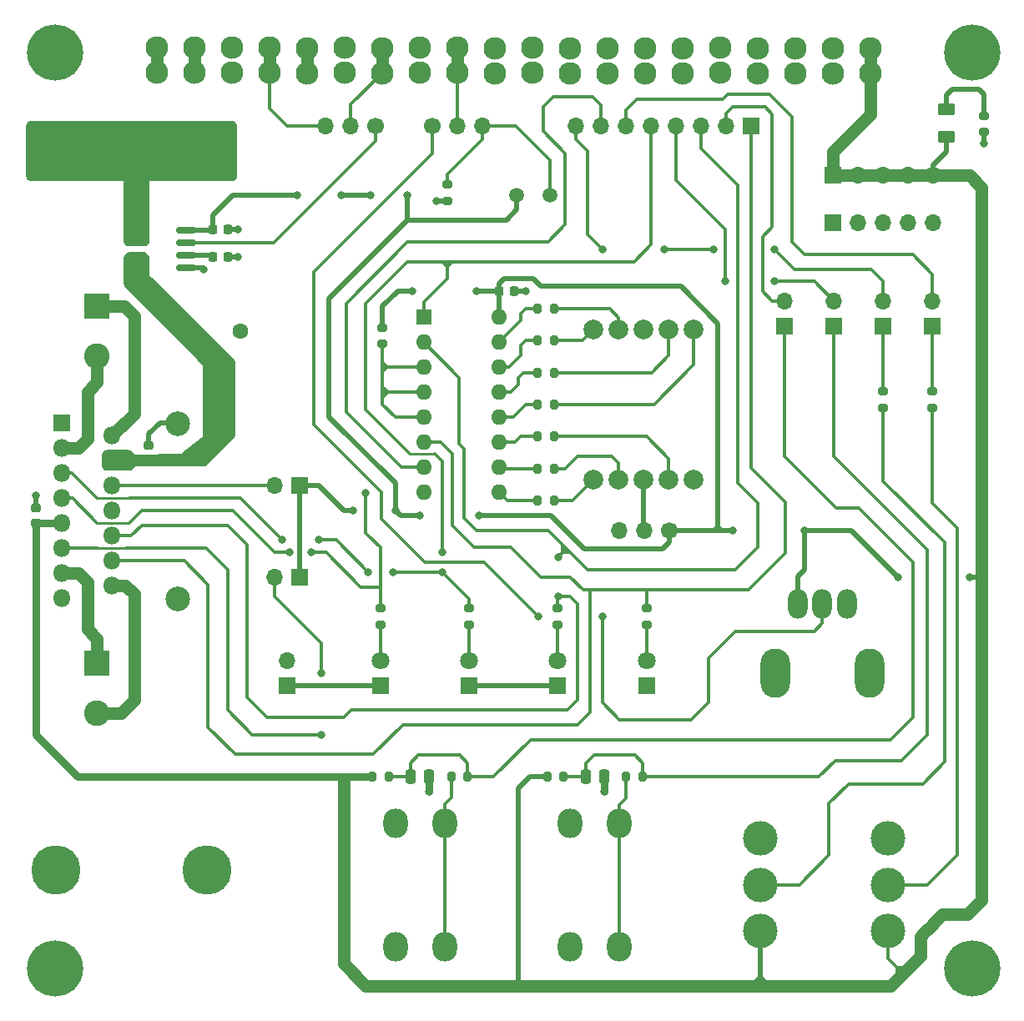
<source format=gbr>
%TF.GenerationSoftware,KiCad,Pcbnew,(6.0.9)*%
%TF.CreationDate,2022-12-19T14:35:32+01:00*%
%TF.ProjectId,myDAQExpansionBoard,6d794441-5145-4787-9061-6e73696f6e42,rev?*%
%TF.SameCoordinates,Original*%
%TF.FileFunction,Copper,L1,Top*%
%TF.FilePolarity,Positive*%
%FSLAX46Y46*%
G04 Gerber Fmt 4.6, Leading zero omitted, Abs format (unit mm)*
G04 Created by KiCad (PCBNEW (6.0.9)) date 2022-12-19 14:35:32*
%MOMM*%
%LPD*%
G01*
G04 APERTURE LIST*
G04 Aperture macros list*
%AMRoundRect*
0 Rectangle with rounded corners*
0 $1 Rounding radius*
0 $2 $3 $4 $5 $6 $7 $8 $9 X,Y pos of 4 corners*
0 Add a 4 corners polygon primitive as box body*
4,1,4,$2,$3,$4,$5,$6,$7,$8,$9,$2,$3,0*
0 Add four circle primitives for the rounded corners*
1,1,$1+$1,$2,$3*
1,1,$1+$1,$4,$5*
1,1,$1+$1,$6,$7*
1,1,$1+$1,$8,$9*
0 Add four rect primitives between the rounded corners*
20,1,$1+$1,$2,$3,$4,$5,0*
20,1,$1+$1,$4,$5,$6,$7,0*
20,1,$1+$1,$6,$7,$8,$9,0*
20,1,$1+$1,$8,$9,$2,$3,0*%
G04 Aperture macros list end*
%TA.AperFunction,ComponentPad*%
%ADD10R,1.800000X1.800000*%
%TD*%
%TA.AperFunction,ComponentPad*%
%ADD11C,1.800000*%
%TD*%
%TA.AperFunction,SMDPad,CuDef*%
%ADD12RoundRect,0.200000X-0.275000X0.200000X-0.275000X-0.200000X0.275000X-0.200000X0.275000X0.200000X0*%
%TD*%
%TA.AperFunction,SMDPad,CuDef*%
%ADD13RoundRect,0.200000X-0.200000X-0.275000X0.200000X-0.275000X0.200000X0.275000X-0.200000X0.275000X0*%
%TD*%
%TA.AperFunction,ComponentPad*%
%ADD14C,1.600000*%
%TD*%
%TA.AperFunction,ComponentPad*%
%ADD15C,5.700000*%
%TD*%
%TA.AperFunction,ComponentPad*%
%ADD16R,1.700000X1.700000*%
%TD*%
%TA.AperFunction,ComponentPad*%
%ADD17O,1.700000X1.700000*%
%TD*%
%TA.AperFunction,SMDPad,CuDef*%
%ADD18RoundRect,0.250000X-0.250000X-0.475000X0.250000X-0.475000X0.250000X0.475000X-0.250000X0.475000X0*%
%TD*%
%TA.AperFunction,SMDPad,CuDef*%
%ADD19RoundRect,0.225000X-0.225000X-0.250000X0.225000X-0.250000X0.225000X0.250000X-0.225000X0.250000X0*%
%TD*%
%TA.AperFunction,SMDPad,CuDef*%
%ADD20RoundRect,0.200000X0.275000X-0.200000X0.275000X0.200000X-0.275000X0.200000X-0.275000X-0.200000X0*%
%TD*%
%TA.AperFunction,SMDPad,CuDef*%
%ADD21RoundRect,0.225000X0.250000X-0.225000X0.250000X0.225000X-0.250000X0.225000X-0.250000X-0.225000X0*%
%TD*%
%TA.AperFunction,ComponentPad*%
%ADD22C,2.000000*%
%TD*%
%TA.AperFunction,ComponentPad*%
%ADD23C,1.700000*%
%TD*%
%TA.AperFunction,ComponentPad*%
%ADD24O,3.000000X5.000000*%
%TD*%
%TA.AperFunction,ComponentPad*%
%ADD25O,2.000000X3.000000*%
%TD*%
%TA.AperFunction,ComponentPad*%
%ADD26C,2.300000*%
%TD*%
%TA.AperFunction,ComponentPad*%
%ADD27O,1.800000X1.800000*%
%TD*%
%TA.AperFunction,ComponentPad*%
%ADD28C,2.500000*%
%TD*%
%TA.AperFunction,ComponentPad*%
%ADD29R,1.600000X1.600000*%
%TD*%
%TA.AperFunction,ComponentPad*%
%ADD30O,1.600000X1.600000*%
%TD*%
%TA.AperFunction,ComponentPad*%
%ADD31R,2.600000X2.600000*%
%TD*%
%TA.AperFunction,ComponentPad*%
%ADD32C,2.600000*%
%TD*%
%TA.AperFunction,ComponentPad*%
%ADD33C,5.000000*%
%TD*%
%TA.AperFunction,ComponentPad*%
%ADD34C,1.500000*%
%TD*%
%TA.AperFunction,ComponentPad*%
%ADD35O,2.500000X3.000000*%
%TD*%
%TA.AperFunction,ComponentPad*%
%ADD36C,3.500000*%
%TD*%
%TA.AperFunction,SMDPad,CuDef*%
%ADD37RoundRect,0.250000X-0.625000X0.375000X-0.625000X-0.375000X0.625000X-0.375000X0.625000X0.375000X0*%
%TD*%
%TA.AperFunction,SMDPad,CuDef*%
%ADD38RoundRect,0.150000X-0.825000X-0.150000X0.825000X-0.150000X0.825000X0.150000X-0.825000X0.150000X0*%
%TD*%
%TA.AperFunction,ViaPad*%
%ADD39C,0.800000*%
%TD*%
%TA.AperFunction,Conductor*%
%ADD40C,0.355600*%
%TD*%
%TA.AperFunction,Conductor*%
%ADD41C,0.508000*%
%TD*%
%TA.AperFunction,Conductor*%
%ADD42C,1.270000*%
%TD*%
%TA.AperFunction,Conductor*%
%ADD43C,0.762000*%
%TD*%
%TA.AperFunction,Conductor*%
%ADD44C,0.254000*%
%TD*%
%TA.AperFunction,Conductor*%
%ADD45C,0.304800*%
%TD*%
G04 APERTURE END LIST*
D10*
%TO.P,D2,1,K*%
%TO.N,Net-(D1-Pad1)*%
X114737500Y-101512500D03*
D11*
%TO.P,D2,2,A*%
%TO.N,Net-(D2-Pad2)*%
X114737500Y-98972500D03*
%TD*%
D12*
%TO.P,R20,1*%
%TO.N,Net-(D14-Pad1)*%
X167000000Y-43675000D03*
%TO.P,R20,2*%
%TO.N,GND*%
X167000000Y-45325000D03*
%TD*%
D13*
%TO.P,R3,1*%
%TO.N,+5V*%
X104925000Y-110800000D03*
%TO.P,R3,2*%
%TO.N,Net-(CD1-Pad1)*%
X106575000Y-110800000D03*
%TD*%
D14*
%TO.P,C5,1*%
%TO.N,/IP-*%
X86500000Y-65545000D03*
%TO.P,C5,2*%
%TO.N,GND*%
X91500000Y-65545000D03*
%TD*%
D12*
%TO.P,R18,1*%
%TO.N,Net-(JP8-Pad3)*%
X112500000Y-50675000D03*
%TO.P,R18,2*%
%TO.N,GND*%
X112500000Y-52325000D03*
%TD*%
D13*
%TO.P,R8,1*%
%TO.N,Net-(R8-Pad1)*%
X121675000Y-69750000D03*
%TO.P,R8,2*%
%TO.N,Net-(R8-Pad2)*%
X123325000Y-69750000D03*
%TD*%
%TO.P,R11,1*%
%TO.N,Net-(R11-Pad1)*%
X121675000Y-76250000D03*
%TO.P,R11,2*%
%TO.N,Net-(R11-Pad2)*%
X123325000Y-76250000D03*
%TD*%
D15*
%TO.P,H1,1,1*%
%TO.N,unconnected-(H1-Pad1)*%
X72750000Y-37250000D03*
%TD*%
D16*
%TO.P,JP10,1,A*%
%TO.N,+5V*%
X97525000Y-90500000D03*
D17*
%TO.P,JP10,2,B*%
%TO.N,Net-(JP10-Pad2)*%
X94985000Y-90500000D03*
%TD*%
D13*
%TO.P,R10,1*%
%TO.N,Net-(R10-Pad1)*%
X121675000Y-73000000D03*
%TO.P,R10,2*%
%TO.N,Net-(R10-Pad2)*%
X123325000Y-73000000D03*
%TD*%
D18*
%TO.P,CD1,1*%
%TO.N,Net-(CD1-Pad1)*%
X108800000Y-110800000D03*
%TO.P,CD1,2*%
%TO.N,GND*%
X110700000Y-110800000D03*
%TD*%
D19*
%TO.P,C3,1*%
%TO.N,+5V*%
X88750000Y-55250000D03*
%TO.P,C3,2*%
%TO.N,GND*%
X90300000Y-55250000D03*
%TD*%
D20*
%TO.P,R2,1*%
%TO.N,Net-(R2-Pad1)*%
X156750000Y-73325000D03*
%TO.P,R2,2*%
%TO.N,Net-(JP1-Pad1)*%
X156750000Y-71675000D03*
%TD*%
D12*
%TO.P,R6,1*%
%TO.N,Net-(JP4-Pad1)*%
X161750000Y-71675000D03*
%TO.P,R6,2*%
%TO.N,Net-(R6-Pad2)*%
X161750000Y-73325000D03*
%TD*%
D21*
%TO.P,C2,1*%
%TO.N,+5V*%
X70750000Y-85025000D03*
%TO.P,C2,2*%
%TO.N,GND*%
X70750000Y-83475000D03*
%TD*%
D22*
%TO.P,U2,1,E*%
%TO.N,Net-(R14-Pad2)*%
X127380000Y-80620000D03*
%TO.P,U2,2,D*%
%TO.N,Net-(R13-Pad2)*%
X129920000Y-80620000D03*
%TO.P,U2,3,CA/CC*%
%TO.N,Net-(JP6-Pad2)*%
X132460000Y-80620000D03*
%TO.P,U2,4,C*%
%TO.N,Net-(R11-Pad2)*%
X135000000Y-80620000D03*
%TO.P,U2,5,DP*%
%TO.N,unconnected-(U2-Pad5)*%
X137540000Y-80620000D03*
%TO.P,U2,6,B*%
%TO.N,Net-(R10-Pad2)*%
X137540000Y-65380000D03*
%TO.P,U2,7,A*%
%TO.N,Net-(R8-Pad2)*%
X135000000Y-65380000D03*
%TO.P,U2,8,CA/CC*%
%TO.N,unconnected-(U2-Pad8)*%
X132460000Y-65380000D03*
%TO.P,U2,9,F*%
%TO.N,Net-(R15-Pad2)*%
X129920000Y-65380000D03*
%TO.P,U2,10,G*%
%TO.N,Net-(R16-Pad2)*%
X127380000Y-65380000D03*
%TD*%
D15*
%TO.P,H4,1,1*%
%TO.N,unconnected-(H4-Pad1)*%
X72750000Y-130250000D03*
%TD*%
D12*
%TO.P,R12,1*%
%TO.N,+5V*%
X105960000Y-65175000D03*
%TO.P,R12,2*%
%TO.N,Net-(R12-Pad2)*%
X105960000Y-66825000D03*
%TD*%
D23*
%TO.P,JP8,1,A*%
%TO.N,Net-(JP8-Pad1)*%
X111000000Y-44750000D03*
D17*
%TO.P,JP8,2,C*%
%TO.N,AI1+*%
X113540000Y-44750000D03*
%TO.P,JP8,3,B*%
%TO.N,Net-(JP8-Pad3)*%
X116080000Y-44750000D03*
%TD*%
D24*
%TO.P,RV1,*%
%TO.N,*%
X155360500Y-100237500D03*
X145760500Y-100237500D03*
D25*
%TO.P,RV1,1,1*%
%TO.N,GND*%
X153060500Y-93237500D03*
%TO.P,RV1,2,2*%
%TO.N,Net-(JP8-Pad1)*%
X150560500Y-93237500D03*
%TO.P,RV1,3,3*%
%TO.N,+5V*%
X148060500Y-93237500D03*
%TD*%
D16*
%TO.P,JP5,1,A*%
%TO.N,Net-(D1-Pad1)*%
X96250000Y-101525000D03*
D17*
%TO.P,JP5,2,B*%
%TO.N,GND*%
X96250000Y-98985000D03*
%TD*%
D16*
%TO.P,JP4,1,A*%
%TO.N,Net-(JP4-Pad1)*%
X161750000Y-65000000D03*
D17*
%TO.P,JP4,2,B*%
%TO.N,DIO2*%
X161750000Y-62460000D03*
%TD*%
D16*
%TO.P,JP9,1,A*%
%TO.N,+5V*%
X97525000Y-81205000D03*
D17*
%TO.P,JP9,2,B*%
%TO.N,Net-(JP9-Pad2)*%
X94985000Y-81205000D03*
%TD*%
D16*
%TO.P,J3,1,Pin_1*%
%TO.N,DIO7*%
X143375000Y-44750000D03*
D17*
%TO.P,J3,2,Pin_2*%
%TO.N,DIO6*%
X140835000Y-44750000D03*
%TO.P,J3,3,Pin_3*%
%TO.N,DIO5*%
X138295000Y-44750000D03*
%TO.P,J3,4,Pin_4*%
%TO.N,DIO4*%
X135755000Y-44750000D03*
%TO.P,J3,5,Pin_5*%
%TO.N,DIO3*%
X133215000Y-44750000D03*
%TO.P,J3,6,Pin_6*%
%TO.N,DIO2*%
X130675000Y-44750000D03*
%TO.P,J3,7,Pin_7*%
%TO.N,DIO1*%
X128135000Y-44750000D03*
%TO.P,J3,8,Pin_8*%
%TO.N,DIO0*%
X125595000Y-44750000D03*
%TD*%
D16*
%TO.P,J2,1,Pin_1*%
%TO.N,GND*%
X151675000Y-54500000D03*
D17*
%TO.P,J2,2,Pin_2*%
X154215000Y-54500000D03*
%TO.P,J2,3,Pin_3*%
X156755000Y-54500000D03*
%TO.P,J2,4,Pin_4*%
X159295000Y-54500000D03*
%TO.P,J2,5,Pin_5*%
X161835000Y-54500000D03*
%TD*%
D21*
%TO.P,C4,1*%
%TO.N,/IP-*%
X82250000Y-78675000D03*
%TO.P,C4,2*%
%TO.N,GND*%
X82250000Y-77125000D03*
%TD*%
D12*
%TO.P,R7,1*%
%TO.N,DIO5*%
X123737500Y-93662500D03*
%TO.P,R7,2*%
%TO.N,Net-(D3-Pad2)*%
X123737500Y-95312500D03*
%TD*%
D26*
%TO.P,J4,1,Pin_1*%
%TO.N,unconnected-(J4-Pad1)*%
X83055000Y-36800000D03*
X83055000Y-39340000D03*
%TO.P,J4,2,Pin_2*%
%TO.N,unconnected-(J4-Pad2)*%
X86865000Y-36760000D03*
X86865000Y-39300000D03*
%TO.P,J4,3,Pin_3*%
%TO.N,GND*%
X90675000Y-39340000D03*
X90675000Y-36800000D03*
%TO.P,J4,4,Pin_4*%
%TO.N,AO0*%
X94485000Y-36760000D03*
X94485000Y-39300000D03*
%TO.P,J4,5,Pin_5*%
%TO.N,unconnected-(J4-Pad5)*%
X98295000Y-36840000D03*
X98295000Y-39380000D03*
%TO.P,J4,6,Pin_6*%
%TO.N,GND*%
X102105000Y-36800000D03*
X102105000Y-39340000D03*
%TO.P,J4,7,Pin_7*%
%TO.N,AI0+*%
X105915000Y-39380000D03*
X105915000Y-36840000D03*
%TO.P,J4,8,Pin_8*%
%TO.N,GND*%
X109725000Y-36800000D03*
X109725000Y-39340000D03*
%TO.P,J4,9,Pin_9*%
%TO.N,AI1+*%
X113535000Y-36800000D03*
X113535000Y-39340000D03*
%TO.P,J4,10,Pin_10*%
%TO.N,GND*%
X117345000Y-36840000D03*
X117345000Y-39380000D03*
%TO.P,J4,11,Pin_11*%
%TO.N,DIO0*%
X121155000Y-36800000D03*
X121155000Y-39340000D03*
%TO.P,J4,12,Pin_12*%
%TO.N,DIO1*%
X124965000Y-39420000D03*
X124965000Y-36880000D03*
%TO.P,J4,13,Pin_13*%
%TO.N,DIO2*%
X128775000Y-36840000D03*
X128775000Y-39380000D03*
%TO.P,J4,14,Pin_14*%
%TO.N,DIO3*%
X132585000Y-39420000D03*
X132585000Y-36880000D03*
%TO.P,J4,15,Pin_15*%
%TO.N,DIO4*%
X136395000Y-39380000D03*
X136395000Y-36840000D03*
%TO.P,J4,16,Pin_16*%
%TO.N,DIO5*%
X140205000Y-39340000D03*
X140205000Y-36800000D03*
%TO.P,J4,17,Pin_17*%
%TO.N,DIO6*%
X144015000Y-36880000D03*
X144015000Y-39420000D03*
%TO.P,J4,18,Pin_18*%
%TO.N,DIO7*%
X147825000Y-39380000D03*
X147825000Y-36840000D03*
%TO.P,J4,19,Pin_19*%
%TO.N,GND*%
X151635000Y-36880000D03*
X151635000Y-39420000D03*
%TO.P,J4,20,Pin_20*%
%TO.N,+5V*%
X155445000Y-39380000D03*
X155445000Y-36840000D03*
%TD*%
D10*
%TO.P,U4,1,SENSE_A*%
%TO.N,GND*%
X73440000Y-74855000D03*
D27*
%TO.P,U4,2,OUT1*%
%TO.N,/OUT1*%
X78520000Y-76125000D03*
%TO.P,U4,3,OUT2*%
%TO.N,/OUT2*%
X73440000Y-77395000D03*
%TO.P,U4,4,Vs*%
%TO.N,/IP-*%
X78520000Y-78665000D03*
%TO.P,U4,5,IN1*%
%TO.N,DIO3*%
X73440000Y-79935000D03*
%TO.P,U4,6,EnA*%
%TO.N,Net-(JP9-Pad2)*%
X78520000Y-81205000D03*
%TO.P,U4,7,IN2*%
%TO.N,DIO1*%
X73440000Y-82475000D03*
%TO.P,U4,8,GND*%
%TO.N,GND*%
X78520000Y-83745000D03*
D28*
X85190000Y-92755000D03*
X85190000Y-74955000D03*
D27*
%TO.P,U4,9,Vss*%
%TO.N,+5V*%
X73440000Y-85015000D03*
%TO.P,U4,10,IN3*%
%TO.N,DIO5*%
X78520000Y-86285000D03*
%TO.P,U4,11,EnB*%
%TO.N,Net-(JP10-Pad2)*%
X73440000Y-87555000D03*
%TO.P,U4,12,IN4*%
%TO.N,DIO7*%
X78520000Y-88825000D03*
%TO.P,U4,13,OUT3*%
%TO.N,/OUT3*%
X73440000Y-90095000D03*
%TO.P,U4,14,OUT4*%
%TO.N,/OUT4*%
X78520000Y-91365000D03*
%TO.P,U4,15,SENSE_B*%
%TO.N,GND*%
X73440000Y-92635000D03*
%TD*%
D23*
%TO.P,JP7,1,A*%
%TO.N,Net-(JP7-Pad1)*%
X105275000Y-44750000D03*
D17*
%TO.P,JP7,2,C*%
%TO.N,AI0+*%
X102735000Y-44750000D03*
%TO.P,JP7,3,B*%
%TO.N,AO0*%
X100195000Y-44750000D03*
%TD*%
D12*
%TO.P,R5,1*%
%TO.N,DIO3*%
X114737500Y-93662500D03*
%TO.P,R5,2*%
%TO.N,Net-(D2-Pad2)*%
X114737500Y-95312500D03*
%TD*%
D10*
%TO.P,D3,1,K*%
%TO.N,Net-(D1-Pad1)*%
X123737500Y-101512500D03*
D11*
%TO.P,D3,2,A*%
%TO.N,Net-(D3-Pad2)*%
X123737500Y-98972500D03*
%TD*%
D29*
%TO.P,U1,1,B*%
%TO.N,DIO3*%
X110160000Y-64125000D03*
D30*
%TO.P,U1,2,C*%
%TO.N,DIO5*%
X110160000Y-66665000D03*
%TO.P,U1,3,LT*%
%TO.N,Net-(R12-Pad2)*%
X110160000Y-69205000D03*
%TO.P,U1,4,BI*%
X110160000Y-71745000D03*
%TO.P,U1,5,RBI*%
X110160000Y-74285000D03*
%TO.P,U1,6,D*%
%TO.N,DIO7*%
X110160000Y-76825000D03*
%TO.P,U1,7,A*%
%TO.N,DIO1*%
X110160000Y-79365000D03*
%TO.P,U1,8,GND*%
%TO.N,GND*%
X110160000Y-81905000D03*
%TO.P,U1,9,e*%
%TO.N,Net-(R14-Pad1)*%
X117780000Y-81905000D03*
%TO.P,U1,10,d*%
%TO.N,Net-(R13-Pad1)*%
X117780000Y-79365000D03*
%TO.P,U1,11,c*%
%TO.N,Net-(R11-Pad1)*%
X117780000Y-76825000D03*
%TO.P,U1,12,b*%
%TO.N,Net-(R10-Pad1)*%
X117780000Y-74285000D03*
%TO.P,U1,13,a*%
%TO.N,Net-(R8-Pad1)*%
X117780000Y-71745000D03*
%TO.P,U1,14,g*%
%TO.N,Net-(R16-Pad1)*%
X117780000Y-69205000D03*
%TO.P,U1,15,f*%
%TO.N,Net-(R15-Pad1)*%
X117780000Y-66665000D03*
%TO.P,U1,16,VCC*%
%TO.N,+5V*%
X117780000Y-64125000D03*
%TD*%
D31*
%TO.P,J6,1,Pin_1*%
%TO.N,/OUT3*%
X77000000Y-99250000D03*
D32*
%TO.P,J6,2,Pin_2*%
%TO.N,/OUT4*%
X77000000Y-104330000D03*
%TD*%
D19*
%TO.P,C6,1*%
%TO.N,Net-(C6-Pad1)*%
X88750000Y-58000000D03*
%TO.P,C6,2*%
%TO.N,GND*%
X90300000Y-58000000D03*
%TD*%
D12*
%TO.P,R9,1*%
%TO.N,DIO7*%
X132737500Y-93662500D03*
%TO.P,R9,2*%
%TO.N,Net-(D4-Pad2)*%
X132737500Y-95312500D03*
%TD*%
D18*
%TO.P,CD2,1*%
%TO.N,Net-(CD2-Pad1)*%
X126550000Y-110800000D03*
%TO.P,CD2,2*%
%TO.N,GND*%
X128450000Y-110800000D03*
%TD*%
D12*
%TO.P,R1,1*%
%TO.N,DIO1*%
X105737500Y-93662500D03*
%TO.P,R1,2*%
%TO.N,Net-(D1-Pad2)*%
X105737500Y-95312500D03*
%TD*%
D16*
%TO.P,JP1,1,A*%
%TO.N,Net-(JP1-Pad1)*%
X156750000Y-65025000D03*
D17*
%TO.P,JP1,2,B*%
%TO.N,DIO0*%
X156750000Y-62485000D03*
%TD*%
D33*
%TO.P,J8,1,Pin_1*%
%TO.N,GND*%
X72850000Y-120250000D03*
X88150000Y-120250000D03*
%TD*%
D34*
%TO.P,R17,1*%
%TO.N,+5V*%
X119550000Y-51750000D03*
%TO.P,R17,2*%
%TO.N,Net-(JP8-Pad3)*%
X122950000Y-51750000D03*
%TD*%
D35*
%TO.P,SW4,1,1*%
%TO.N,Net-(R21-Pad1)*%
X130000000Y-115500000D03*
X130000000Y-128000000D03*
%TO.P,SW4,2,2*%
%TO.N,GND*%
X125000000Y-128000000D03*
X125000000Y-115500000D03*
%TD*%
D10*
%TO.P,D1,1,K*%
%TO.N,Net-(D1-Pad1)*%
X105737500Y-101512500D03*
D11*
%TO.P,D1,2,A*%
%TO.N,Net-(D1-Pad2)*%
X105737500Y-98972500D03*
%TD*%
D13*
%TO.P,R15,1*%
%TO.N,Net-(R15-Pad1)*%
X121675000Y-63250000D03*
%TO.P,R15,2*%
%TO.N,Net-(R15-Pad2)*%
X123325000Y-63250000D03*
%TD*%
D23*
%TO.P,JP6,1,A*%
%TO.N,+5V*%
X135010000Y-85750000D03*
D17*
%TO.P,JP6,2,C*%
%TO.N,Net-(JP6-Pad2)*%
X132470000Y-85750000D03*
%TO.P,JP6,3,B*%
%TO.N,GND*%
X129930000Y-85750000D03*
%TD*%
D13*
%TO.P,R13,1*%
%TO.N,Net-(R13-Pad1)*%
X121675000Y-79500000D03*
%TO.P,R13,2*%
%TO.N,Net-(R13-Pad2)*%
X123325000Y-79500000D03*
%TD*%
D15*
%TO.P,H3,1,1*%
%TO.N,unconnected-(H3-Pad1)*%
X165750000Y-130250000D03*
%TD*%
D36*
%TO.P,SW1,1,A*%
%TO.N,+5V*%
X144250000Y-126450000D03*
%TO.P,SW1,2,B*%
%TO.N,Net-(R2-Pad1)*%
X144250000Y-121750000D03*
%TO.P,SW1,3,C*%
%TO.N,GND*%
X144250000Y-117050000D03*
%TD*%
D33*
%TO.P,J7,1,Pin_1*%
%TO.N,VDD*%
X88150000Y-47250000D03*
X72850000Y-47250000D03*
%TD*%
D36*
%TO.P,SW2,1,A*%
%TO.N,+5V*%
X157250000Y-126450000D03*
%TO.P,SW2,2,B*%
%TO.N,Net-(R6-Pad2)*%
X157250000Y-121750000D03*
%TO.P,SW2,3,C*%
%TO.N,GND*%
X157250000Y-117050000D03*
%TD*%
D13*
%TO.P,R19,1*%
%TO.N,Net-(R19-Pad1)*%
X112925000Y-110800000D03*
%TO.P,R19,2*%
%TO.N,Net-(CD1-Pad1)*%
X114575000Y-110800000D03*
%TD*%
D16*
%TO.P,JP2,1,A*%
%TO.N,Net-(CD1-Pad1)*%
X146750000Y-65025000D03*
D17*
%TO.P,JP2,2,B*%
%TO.N,DIO6*%
X146750000Y-62485000D03*
%TD*%
D37*
%TO.P,D14,1,K*%
%TO.N,Net-(D14-Pad1)*%
X163150000Y-43050000D03*
%TO.P,D14,2,A*%
%TO.N,+5V*%
X163150000Y-45850000D03*
%TD*%
D16*
%TO.P,JP3,1,A*%
%TO.N,Net-(CD2-Pad1)*%
X151750000Y-65025000D03*
D17*
%TO.P,JP3,2,B*%
%TO.N,DIO4*%
X151750000Y-62485000D03*
%TD*%
D35*
%TO.P,SW3,1,1*%
%TO.N,Net-(R19-Pad1)*%
X112250000Y-128000000D03*
X112250000Y-115500000D03*
%TO.P,SW3,2,2*%
%TO.N,GND*%
X107250000Y-128000000D03*
X107250000Y-115500000D03*
%TD*%
D13*
%TO.P,R4,1*%
%TO.N,+5V*%
X122675000Y-110800000D03*
%TO.P,R4,2*%
%TO.N,Net-(CD2-Pad1)*%
X124325000Y-110800000D03*
%TD*%
D10*
%TO.P,D4,1,K*%
%TO.N,Net-(D1-Pad1)*%
X132737500Y-101512500D03*
D11*
%TO.P,D4,2,A*%
%TO.N,Net-(D4-Pad2)*%
X132737500Y-98972500D03*
%TD*%
D31*
%TO.P,J5,1,Pin_1*%
%TO.N,/OUT1*%
X77000000Y-63000000D03*
D32*
%TO.P,J5,2,Pin_2*%
%TO.N,/OUT2*%
X77000000Y-68080000D03*
%TD*%
D19*
%TO.P,C1,1*%
%TO.N,+5V*%
X117780000Y-61500000D03*
%TO.P,C1,2*%
%TO.N,GND*%
X119330000Y-61500000D03*
%TD*%
D16*
%TO.P,J1,1,Pin_1*%
%TO.N,+5V*%
X151675000Y-49750000D03*
D17*
%TO.P,J1,2,Pin_2*%
X154215000Y-49750000D03*
%TO.P,J1,3,Pin_3*%
X156755000Y-49750000D03*
%TO.P,J1,4,Pin_4*%
X159295000Y-49750000D03*
%TO.P,J1,5,Pin_5*%
X161835000Y-49750000D03*
%TD*%
D15*
%TO.P,H2,1,1*%
%TO.N,unconnected-(H2-Pad1)*%
X165750000Y-37250000D03*
%TD*%
D13*
%TO.P,R21,1*%
%TO.N,Net-(R21-Pad1)*%
X130675000Y-110800000D03*
%TO.P,R21,2*%
%TO.N,Net-(CD2-Pad1)*%
X132325000Y-110800000D03*
%TD*%
D38*
%TO.P,U3,1,IP+*%
%TO.N,VDD*%
X81050000Y-55345000D03*
%TO.P,U3,2,IP+*%
X81050000Y-56615000D03*
%TO.P,U3,3,IP-*%
%TO.N,/IP-*%
X81050000Y-57885000D03*
%TO.P,U3,4,IP-*%
X81050000Y-59155000D03*
%TO.P,U3,5,GND*%
%TO.N,GND*%
X86000000Y-59155000D03*
%TO.P,U3,6,FILTER*%
%TO.N,Net-(C6-Pad1)*%
X86000000Y-57885000D03*
%TO.P,U3,7,VIOUT*%
%TO.N,Net-(JP7-Pad1)*%
X86000000Y-56615000D03*
%TO.P,U3,8,VCC*%
%TO.N,+5V*%
X86000000Y-55345000D03*
%TD*%
D13*
%TO.P,R16,1*%
%TO.N,Net-(R16-Pad1)*%
X121675000Y-66500000D03*
%TO.P,R16,2*%
%TO.N,Net-(R16-Pad2)*%
X123325000Y-66500000D03*
%TD*%
%TO.P,R14,1*%
%TO.N,Net-(R14-Pad1)*%
X121675000Y-82750000D03*
%TO.P,R14,2*%
%TO.N,Net-(R14-Pad2)*%
X123325000Y-82750000D03*
%TD*%
D39*
%TO.N,DIO0*%
X145750000Y-57250000D03*
%TO.N,DIO4*%
X140750000Y-60500000D03*
X145750000Y-60500000D03*
%TO.N,DIO0*%
X139500000Y-57250000D03*
X134500000Y-57250000D03*
X128250000Y-57250000D03*
%TO.N,+5V*%
X109750000Y-84250000D03*
X115500000Y-61500000D03*
X141500000Y-85750000D03*
X158250000Y-90500000D03*
X101750000Y-51750000D03*
X109000000Y-61500000D03*
X103000000Y-83750000D03*
X148750000Y-85750000D03*
X107250000Y-83750000D03*
X108500000Y-51750000D03*
X97250000Y-51750000D03*
X104750000Y-51750000D03*
X165500000Y-90500000D03*
X115750000Y-84250000D03*
%TO.N,GND*%
X167000000Y-46500000D03*
X110700000Y-112300000D03*
X87775000Y-59250000D03*
X91275000Y-58000000D03*
X111400000Y-52300000D03*
X91275000Y-55250000D03*
X120500000Y-61500000D03*
X70750000Y-82250000D03*
X128450000Y-112300000D03*
%TO.N,DIO5*%
X123750000Y-92500000D03*
X123750000Y-88500000D03*
%TO.N,DIO1*%
X98750000Y-88000000D03*
X96500000Y-88000000D03*
X104250000Y-82000000D03*
%TO.N,DIO3*%
X112000000Y-90000000D03*
X112000000Y-88000000D03*
X107000000Y-90000000D03*
X104500000Y-90000000D03*
X99500000Y-86750000D03*
X95750000Y-86750000D03*
%TO.N,Net-(JP8-Pad1)*%
X128250000Y-94500000D03*
X121750000Y-94500000D03*
%TO.N,Net-(JP10-Pad2)*%
X99750000Y-100250000D03*
X99750000Y-106500000D03*
%TD*%
D40*
%TO.N,DIO7*%
X127000000Y-91850000D02*
X126950000Y-91800000D01*
X127000000Y-104250000D02*
X127000000Y-91850000D01*
X125750000Y-105500000D02*
X127000000Y-104250000D01*
X105000000Y-108500000D02*
X108000000Y-105500000D01*
X88250000Y-105750000D02*
X91000000Y-108500000D01*
X88250000Y-91250000D02*
X88250000Y-105750000D01*
X85825000Y-88825000D02*
X88250000Y-91250000D01*
X91000000Y-108500000D02*
X105000000Y-108500000D01*
X78520000Y-88825000D02*
X85825000Y-88825000D01*
X108000000Y-105500000D02*
X125750000Y-105500000D01*
%TO.N,Net-(CD1-Pad1)*%
X117200000Y-110800000D02*
X121000000Y-107000000D01*
X121000000Y-107000000D02*
X123000000Y-107000000D01*
X157500000Y-107000000D02*
X123000000Y-107000000D01*
X114575000Y-110800000D02*
X117200000Y-110800000D01*
X159750000Y-89000000D02*
X159750000Y-104750000D01*
X154250000Y-83500000D02*
X159750000Y-89000000D01*
X159750000Y-104750000D02*
X157500000Y-107000000D01*
X152000000Y-83500000D02*
X154250000Y-83500000D01*
X146750000Y-78250000D02*
X152000000Y-83500000D01*
X146750000Y-65025000D02*
X146750000Y-78250000D01*
%TO.N,Net-(CD2-Pad1)*%
X158625000Y-109125000D02*
X151875000Y-109125000D01*
X150200000Y-110800000D02*
X132325000Y-110800000D01*
X161250000Y-106500000D02*
X158625000Y-109125000D01*
X151875000Y-109125000D02*
X150200000Y-110800000D01*
X161250000Y-87750000D02*
X161250000Y-106500000D01*
X151750000Y-65025000D02*
X151750000Y-78250000D01*
X151750000Y-78250000D02*
X161250000Y-87750000D01*
%TO.N,Net-(R2-Pad1)*%
X148250000Y-121750000D02*
X144250000Y-121750000D01*
X153250000Y-111500000D02*
X151250000Y-113500000D01*
X151250000Y-118750000D02*
X148250000Y-121750000D01*
X160750000Y-111500000D02*
X153250000Y-111500000D01*
X163000000Y-109250000D02*
X160750000Y-111500000D01*
X163000000Y-87000000D02*
X163000000Y-109250000D01*
X156750000Y-80750000D02*
X163000000Y-87000000D01*
X151250000Y-113500000D02*
X151250000Y-118750000D01*
X156750000Y-73325000D02*
X156750000Y-80750000D01*
%TO.N,Net-(R6-Pad2)*%
X161250000Y-121750000D02*
X157250000Y-121750000D01*
X164250000Y-118750000D02*
X161250000Y-121750000D01*
X161750000Y-83000000D02*
X164250000Y-85500000D01*
X161750000Y-73325000D02*
X161750000Y-83000000D01*
X164250000Y-85500000D02*
X164250000Y-118750000D01*
%TO.N,Net-(JP1-Pad1)*%
X156750000Y-65025000D02*
X156750000Y-71675000D01*
%TO.N,Net-(JP4-Pad1)*%
X161750000Y-65000000D02*
X161750000Y-71675000D01*
%TO.N,DIO6*%
X140835000Y-43415000D02*
X140835000Y-44750000D01*
X141500000Y-42750000D02*
X140835000Y-43415000D01*
X144750000Y-42750000D02*
X141500000Y-42750000D01*
X145500000Y-55000000D02*
X145500000Y-43500000D01*
X145500000Y-43500000D02*
X144750000Y-42750000D01*
X144500000Y-56000000D02*
X145500000Y-55000000D01*
X144500000Y-61500000D02*
X144500000Y-56000000D01*
X145485000Y-62485000D02*
X144500000Y-61500000D01*
X146750000Y-62485000D02*
X145485000Y-62485000D01*
%TO.N,DIO4*%
X149765000Y-60500000D02*
X145750000Y-60500000D01*
%TO.N,DIO0*%
X145750000Y-57250000D02*
X147750000Y-59250000D01*
X148500000Y-59250000D02*
X155500000Y-59250000D01*
X147750000Y-59250000D02*
X148500000Y-59250000D01*
%TO.N,DIO2*%
X161750000Y-59750000D02*
X161750000Y-62460000D01*
X159750000Y-57750000D02*
X161750000Y-59750000D01*
X148750000Y-57750000D02*
X159750000Y-57750000D01*
X145250000Y-41500000D02*
X147500000Y-43750000D01*
X141000000Y-41500000D02*
X145250000Y-41500000D01*
X140500000Y-42000000D02*
X141000000Y-41500000D01*
X131750000Y-42000000D02*
X140500000Y-42000000D01*
X147500000Y-43750000D02*
X147500000Y-56500000D01*
X130675000Y-43075000D02*
X131750000Y-42000000D01*
X147500000Y-56500000D02*
X148750000Y-57750000D01*
X130675000Y-44750000D02*
X130675000Y-43075000D01*
%TO.N,DIO4*%
X140750000Y-55250000D02*
X135755000Y-50255000D01*
X140750000Y-60500000D02*
X140750000Y-55250000D01*
X151750000Y-62485000D02*
X149765000Y-60500000D01*
X135755000Y-50255000D02*
X135755000Y-44750000D01*
%TO.N,DIO0*%
X156750000Y-60500000D02*
X156750000Y-62485000D01*
X155500000Y-59250000D02*
X156750000Y-60500000D01*
X134500000Y-57250000D02*
X139500000Y-57250000D01*
X126750000Y-55750000D02*
X128250000Y-57250000D01*
X126750000Y-51250000D02*
X126750000Y-55750000D01*
X126250000Y-46750000D02*
X126750000Y-47250000D01*
X125595000Y-46095000D02*
X126250000Y-46750000D01*
X126750000Y-47250000D02*
X126750000Y-51250000D01*
X125595000Y-44750000D02*
X125595000Y-46095000D01*
D41*
%TO.N,+5V*%
X140000000Y-64750000D02*
X140000000Y-85250000D01*
X105960000Y-65175000D02*
X105960000Y-63040000D01*
D40*
X157250000Y-129250000D02*
X158000000Y-130000000D01*
D41*
X100500000Y-62250000D02*
X100500000Y-74250000D01*
X119750000Y-111950000D02*
X120950000Y-110750000D01*
D40*
X143500000Y-131750000D02*
X143500000Y-132000000D01*
D41*
X107750000Y-84250000D02*
X109750000Y-84250000D01*
D42*
X102000000Y-129750000D02*
X102000000Y-111200000D01*
D41*
X88750000Y-53750000D02*
X90750000Y-51750000D01*
X119550000Y-53200000D02*
X118500000Y-54250000D01*
D42*
X165500000Y-49750000D02*
X166750000Y-51000000D01*
D41*
X141500000Y-85750000D02*
X140500000Y-85750000D01*
X144250000Y-126450000D02*
X144250000Y-131000000D01*
X140000000Y-85250000D02*
X140000000Y-85750000D01*
D40*
X144250000Y-131000000D02*
X145250000Y-132000000D01*
D41*
X90750000Y-51750000D02*
X97250000Y-51750000D01*
D40*
X140000000Y-85250000D02*
X140500000Y-85750000D01*
D42*
X155445000Y-36840000D02*
X155445000Y-39380000D01*
X166750000Y-123250000D02*
X165250000Y-124750000D01*
D40*
X157250000Y-126450000D02*
X157250000Y-129250000D01*
D41*
X118500000Y-54250000D02*
X108500000Y-54250000D01*
X135010000Y-86990000D02*
X134375000Y-87625000D01*
X117780000Y-61500000D02*
X115500000Y-61500000D01*
D42*
X160500000Y-129000000D02*
X159375000Y-130125000D01*
D41*
X101750000Y-51750000D02*
X104750000Y-51750000D01*
X107250000Y-81000000D02*
X107250000Y-83750000D01*
X117780000Y-61500000D02*
X117780000Y-64125000D01*
X119750000Y-132000000D02*
X119750000Y-111950000D01*
X115750000Y-84250000D02*
X123000000Y-84250000D01*
X100500000Y-74250000D02*
X107250000Y-81000000D01*
D42*
X160500000Y-127000000D02*
X160500000Y-129000000D01*
X104250000Y-132000000D02*
X102000000Y-129750000D01*
X143500000Y-132000000D02*
X119750000Y-132000000D01*
D41*
X117750000Y-60750000D02*
X118250000Y-60250000D01*
D42*
X162750000Y-124750000D02*
X162000000Y-125500000D01*
D41*
X121250000Y-60250000D02*
X122000000Y-61000000D01*
D42*
X165250000Y-124750000D02*
X162750000Y-124750000D01*
D41*
X136250000Y-61000000D02*
X140000000Y-64750000D01*
X120950000Y-110750000D02*
X122675000Y-110750000D01*
X88655000Y-55345000D02*
X88750000Y-55250000D01*
X107750000Y-84250000D02*
X107250000Y-83750000D01*
D40*
X158125000Y-130125000D02*
X158750000Y-130750000D01*
D41*
X105960000Y-63040000D02*
X107500000Y-61500000D01*
D43*
X75050000Y-110800000D02*
X70750000Y-106500000D01*
D40*
X158125000Y-130125000D02*
X159375000Y-130125000D01*
D41*
X135010000Y-85750000D02*
X138500000Y-85750000D01*
D42*
X159375000Y-130125000D02*
X158750000Y-130750000D01*
D41*
X148750000Y-85750000D02*
X148750000Y-89750000D01*
D42*
X158125000Y-131375000D02*
X157500000Y-132000000D01*
X119750000Y-132000000D02*
X104250000Y-132000000D01*
D41*
X135010000Y-85750000D02*
X135010000Y-86990000D01*
D42*
X151675000Y-49750000D02*
X151675000Y-47325000D01*
D40*
X140000000Y-85250000D02*
X139500000Y-85750000D01*
D43*
X70750000Y-106500000D02*
X70750000Y-85025000D01*
X70750000Y-85025000D02*
X73430000Y-85025000D01*
D41*
X163150000Y-47350000D02*
X161835000Y-48665000D01*
X139500000Y-85750000D02*
X138500000Y-85750000D01*
X102000000Y-83750000D02*
X99455000Y-81205000D01*
X140000000Y-85750000D02*
X139500000Y-85750000D01*
X99455000Y-81205000D02*
X97525000Y-81205000D01*
X108500000Y-54250000D02*
X100500000Y-62250000D01*
D43*
X73430000Y-85025000D02*
X73440000Y-85015000D01*
D41*
X103000000Y-83750000D02*
X102000000Y-83750000D01*
D42*
X157500000Y-132000000D02*
X145250000Y-132000000D01*
X166750000Y-99500000D02*
X166750000Y-123250000D01*
X145250000Y-132000000D02*
X144250000Y-132000000D01*
D41*
X122000000Y-61000000D02*
X136250000Y-61000000D01*
X107500000Y-61500000D02*
X109000000Y-61500000D01*
D42*
X160875000Y-126625000D02*
X160500000Y-127000000D01*
D43*
X102000000Y-110800000D02*
X75050000Y-110800000D01*
D40*
X158000000Y-130000000D02*
X158125000Y-130125000D01*
D41*
X153500000Y-85750000D02*
X148750000Y-85750000D01*
X119550000Y-51750000D02*
X119550000Y-53200000D01*
X97525000Y-81205000D02*
X97525000Y-90500000D01*
X148060500Y-93237500D02*
X148060500Y-90439500D01*
X88750000Y-55250000D02*
X88750000Y-53750000D01*
X117750000Y-61470000D02*
X117750000Y-60750000D01*
D42*
X161835000Y-49750000D02*
X151675000Y-49750000D01*
D40*
X144250000Y-131000000D02*
X143500000Y-131750000D01*
D41*
X163150000Y-45850000D02*
X163150000Y-47350000D01*
D42*
X164850000Y-49750000D02*
X165500000Y-49750000D01*
D41*
X158250000Y-90500000D02*
X153500000Y-85750000D01*
D42*
X151675000Y-47325000D02*
X155445000Y-43555000D01*
D41*
X118250000Y-60250000D02*
X121250000Y-60250000D01*
X161835000Y-48665000D02*
X161835000Y-49750000D01*
D42*
X166750000Y-90500000D02*
X166750000Y-99500000D01*
X161835000Y-49750000D02*
X164850000Y-49750000D01*
D41*
X140500000Y-85750000D02*
X140000000Y-85750000D01*
D42*
X166750000Y-51000000D02*
X166750000Y-90500000D01*
D41*
X86000000Y-55345000D02*
X88655000Y-55345000D01*
X144250000Y-131000000D02*
X144250000Y-132000000D01*
D42*
X158750000Y-130750000D02*
X158125000Y-131375000D01*
D43*
X104925000Y-110800000D02*
X102000000Y-110800000D01*
D41*
X117780000Y-61500000D02*
X117750000Y-61470000D01*
X123000000Y-84250000D02*
X126375000Y-87625000D01*
D42*
X162000000Y-125500000D02*
X161625000Y-125875000D01*
D40*
X158125000Y-130125000D02*
X158125000Y-131375000D01*
D42*
X155445000Y-43555000D02*
X155445000Y-39380000D01*
X144250000Y-132000000D02*
X143500000Y-132000000D01*
D41*
X108500000Y-51750000D02*
X108500000Y-54250000D01*
X148750000Y-89750000D02*
X148060500Y-90439500D01*
X126375000Y-87625000D02*
X134375000Y-87625000D01*
D42*
X161625000Y-125875000D02*
X160875000Y-126625000D01*
D41*
X166750000Y-90500000D02*
X165500000Y-90500000D01*
%TO.N,GND*%
X86000000Y-59155000D02*
X87680000Y-59155000D01*
D43*
X110700000Y-110800000D02*
X110700000Y-112300000D01*
D41*
X82250000Y-77125000D02*
X82250000Y-76000000D01*
D43*
X128450000Y-110800000D02*
X128450000Y-112300000D01*
D41*
X119330000Y-61500000D02*
X120500000Y-61500000D01*
X111425000Y-52325000D02*
X111400000Y-52300000D01*
X82250000Y-76000000D02*
X83395000Y-74855000D01*
X167000000Y-45325000D02*
X167000000Y-46500000D01*
X90300000Y-55250000D02*
X91275000Y-55250000D01*
X83395000Y-74855000D02*
X84190000Y-74855000D01*
X70750000Y-83475000D02*
X70750000Y-82250000D01*
X87680000Y-59155000D02*
X87775000Y-59250000D01*
X90300000Y-58000000D02*
X91275000Y-58000000D01*
X112500000Y-52325000D02*
X111425000Y-52325000D01*
%TO.N,Net-(C6-Pad1)*%
X86000000Y-57885000D02*
X88635000Y-57885000D01*
X88635000Y-57885000D02*
X88750000Y-58000000D01*
D40*
%TO.N,DIO5*%
X102000000Y-104750000D02*
X102750000Y-104000000D01*
X124250000Y-88000000D02*
X125000000Y-88000000D01*
X138295000Y-44750000D02*
X138295000Y-47045000D01*
X124250000Y-88000000D02*
X124625000Y-87625000D01*
X125000000Y-88000000D02*
X124625000Y-87625000D01*
X102750000Y-104000000D02*
X124750000Y-104000000D01*
X123737500Y-93662500D02*
X123737500Y-92512500D01*
X125000000Y-92500000D02*
X123750000Y-92500000D01*
X92250000Y-87250000D02*
X92250000Y-102750000D01*
X114250000Y-77500000D02*
X113750000Y-77000000D01*
X90250000Y-85250000D02*
X92250000Y-87250000D01*
X144000000Y-83000000D02*
X144000000Y-87500000D01*
X114250000Y-84500000D02*
X114250000Y-77500000D01*
X124750000Y-104000000D02*
X125750000Y-103000000D01*
X144000000Y-87500000D02*
X141750000Y-89750000D01*
X122750000Y-85750000D02*
X115500000Y-85750000D01*
X92250000Y-102750000D02*
X94250000Y-104750000D01*
X124250000Y-88000000D02*
X124250000Y-87250000D01*
X80465000Y-86285000D02*
X81500000Y-85250000D01*
X115500000Y-85750000D02*
X114250000Y-84500000D01*
X142000000Y-50750000D02*
X142000000Y-81000000D01*
X126750000Y-89750000D02*
X125000000Y-88000000D01*
X78520000Y-86285000D02*
X80465000Y-86285000D01*
X123737500Y-92512500D02*
X123750000Y-92500000D01*
X124625000Y-87625000D02*
X124250000Y-87250000D01*
X138295000Y-47045000D02*
X142000000Y-50750000D01*
X123750000Y-88500000D02*
X124250000Y-88000000D01*
X113750000Y-77000000D02*
X113750000Y-70255000D01*
X81500000Y-85250000D02*
X90250000Y-85250000D01*
X141750000Y-89750000D02*
X126750000Y-89750000D01*
X125750000Y-93250000D02*
X125000000Y-92500000D01*
X94250000Y-104750000D02*
X102000000Y-104750000D01*
X113750000Y-70255000D02*
X110160000Y-66665000D01*
X142000000Y-81000000D02*
X144000000Y-83000000D01*
X124250000Y-87250000D02*
X122750000Y-85750000D01*
X125750000Y-103000000D02*
X125750000Y-93250000D01*
D41*
%TO.N,Net-(D1-Pad1)*%
X105737500Y-101512500D02*
X96262500Y-101512500D01*
X123737500Y-101512500D02*
X114737500Y-101512500D01*
X96262500Y-101512500D02*
X96250000Y-101525000D01*
D40*
%TO.N,DIO1*%
X105737500Y-87487500D02*
X104500000Y-86250000D01*
X102250000Y-62750000D02*
X102250000Y-73750000D01*
X107865000Y-79365000D02*
X110160000Y-79365000D01*
X105737500Y-91512500D02*
X105737500Y-87487500D01*
X102250000Y-73750000D02*
X107865000Y-79365000D01*
X127250000Y-41750000D02*
X123250000Y-41750000D01*
X90750000Y-83750000D02*
X95000000Y-88000000D01*
X104500000Y-86250000D02*
X104250000Y-86000000D01*
D44*
X77000000Y-85000000D02*
X80250000Y-85000000D01*
D40*
X128135000Y-44750000D02*
X128135000Y-42635000D01*
X81500000Y-83750000D02*
X90750000Y-83750000D01*
X122250000Y-45250000D02*
X124500000Y-47500000D01*
X103762500Y-91512500D02*
X105737500Y-91512500D01*
X74475000Y-82475000D02*
X77000000Y-85000000D01*
X122750000Y-56500000D02*
X108500000Y-56500000D01*
X100250000Y-88000000D02*
X103762500Y-91512500D01*
X105737500Y-93662500D02*
X105737500Y-91512500D01*
X128135000Y-42635000D02*
X127250000Y-41750000D01*
X122250000Y-42750000D02*
X122250000Y-45250000D01*
X98750000Y-88000000D02*
X100250000Y-88000000D01*
X108500000Y-56500000D02*
X102250000Y-62750000D01*
X95000000Y-88000000D02*
X96500000Y-88000000D01*
X80250000Y-85000000D02*
X81500000Y-83750000D01*
X104250000Y-86000000D02*
X104250000Y-82000000D01*
X73440000Y-82475000D02*
X74475000Y-82475000D01*
X123250000Y-41750000D02*
X122250000Y-42750000D01*
X124500000Y-54750000D02*
X122750000Y-56500000D01*
X124500000Y-47500000D02*
X124500000Y-54750000D01*
%TO.N,DIO3*%
X112500000Y-59000000D02*
X113000000Y-58500000D01*
X133215000Y-56785000D02*
X131500000Y-58500000D01*
X112000000Y-58500000D02*
X108500000Y-58500000D01*
X113500000Y-58500000D02*
X113000000Y-58500000D01*
X112000000Y-90000000D02*
X114750000Y-92750000D01*
X111250000Y-78000000D02*
X112000000Y-78750000D01*
X91500000Y-82500000D02*
X95750000Y-86750000D01*
X112500000Y-59000000D02*
X112000000Y-58500000D01*
X104250000Y-73500000D02*
X108750000Y-78000000D01*
X114750000Y-92750000D02*
X114750000Y-93650000D01*
X101250000Y-86750000D02*
X104500000Y-90000000D01*
X112500000Y-59000000D02*
X112500000Y-58500000D01*
D44*
X108750000Y-78000000D02*
X111250000Y-78000000D01*
D40*
X131500000Y-58500000D02*
X113500000Y-58500000D01*
X112500000Y-58500000D02*
X112000000Y-58500000D01*
X114750000Y-93650000D02*
X114737500Y-93662500D01*
X107000000Y-90000000D02*
X112000000Y-90000000D01*
X112000000Y-78750000D02*
X112000000Y-82000000D01*
X99500000Y-86750000D02*
X101250000Y-86750000D01*
X104250000Y-62750000D02*
X104250000Y-73500000D01*
X112000000Y-82000000D02*
X112000000Y-88000000D01*
X133215000Y-44750000D02*
X133215000Y-56785000D01*
D44*
X77000000Y-82500000D02*
X80250000Y-82500000D01*
D40*
X112500000Y-60250000D02*
X112500000Y-59000000D01*
X108500000Y-58500000D02*
X104250000Y-62750000D01*
X113000000Y-58500000D02*
X112500000Y-58500000D01*
X74435000Y-79935000D02*
X77000000Y-82500000D01*
X80250000Y-82500000D02*
X91500000Y-82500000D01*
X110160000Y-62590000D02*
X112500000Y-60250000D01*
X110160000Y-64125000D02*
X110160000Y-62590000D01*
X73440000Y-79935000D02*
X74435000Y-79935000D01*
D42*
%TO.N,/OUT4*%
X77000000Y-104330000D02*
X79420000Y-104330000D01*
X80750000Y-103000000D02*
X80750000Y-92250000D01*
X79420000Y-104330000D02*
X80750000Y-103000000D01*
X79865000Y-91365000D02*
X78520000Y-91365000D01*
X80750000Y-92250000D02*
X79865000Y-91365000D01*
%TO.N,/OUT3*%
X76000000Y-91000000D02*
X76000000Y-95750000D01*
X73440000Y-90095000D02*
X75095000Y-90095000D01*
X76000000Y-95750000D02*
X77000000Y-96750000D01*
X77000000Y-96750000D02*
X77000000Y-99250000D01*
X75095000Y-90095000D02*
X76000000Y-91000000D01*
%TO.N,/OUT1*%
X78520000Y-76125000D02*
X80750000Y-73895000D01*
X79750000Y-63000000D02*
X77000000Y-63000000D01*
X80750000Y-73895000D02*
X80750000Y-64000000D01*
X80750000Y-64000000D02*
X79750000Y-63000000D01*
%TO.N,/OUT2*%
X76000000Y-76500000D02*
X76000000Y-71750000D01*
X77000000Y-70750000D02*
X77000000Y-68080000D01*
X73440000Y-77395000D02*
X75105000Y-77395000D01*
X75105000Y-77395000D02*
X76000000Y-76500000D01*
X76000000Y-71750000D02*
X77000000Y-70750000D01*
D41*
%TO.N,Net-(D14-Pad1)*%
X163750000Y-41000000D02*
X163150000Y-41600000D01*
X163150000Y-41600000D02*
X163150000Y-43050000D01*
X167000000Y-41500000D02*
X166500000Y-41000000D01*
X167000000Y-43675000D02*
X167000000Y-41500000D01*
X166500000Y-41000000D02*
X163750000Y-41000000D01*
D40*
%TO.N,DIO7*%
X113000000Y-85250000D02*
X113000000Y-78000000D01*
X143100000Y-91800000D02*
X132700000Y-91800000D01*
X132737500Y-93662500D02*
X132737500Y-91837500D01*
X126950000Y-91800000D02*
X132700000Y-91800000D01*
X126300000Y-91800000D02*
X125000000Y-90500000D01*
X113000000Y-78000000D02*
X111825000Y-76825000D01*
X132737500Y-91837500D02*
X132700000Y-91800000D01*
X115250000Y-87500000D02*
X113000000Y-85250000D01*
X119000000Y-87500000D02*
X115250000Y-87500000D01*
X111825000Y-76825000D02*
X110160000Y-76825000D01*
X126950000Y-91800000D02*
X126300000Y-91800000D01*
X143375000Y-44750000D02*
X143375000Y-79475000D01*
X146800000Y-88100000D02*
X143100000Y-91800000D01*
X146800000Y-82900000D02*
X146800000Y-88100000D01*
X122000000Y-90500000D02*
X119000000Y-87500000D01*
X125000000Y-90500000D02*
X122000000Y-90500000D01*
X143375000Y-79475000D02*
X146800000Y-82900000D01*
D42*
%TO.N,unconnected-(J4-Pad1)*%
X83055000Y-36800000D02*
X83055000Y-39340000D01*
%TO.N,unconnected-(J4-Pad2)*%
X86865000Y-36760000D02*
X86865000Y-39300000D01*
D40*
%TO.N,AO0*%
X94485000Y-39300000D02*
X94485000Y-42985000D01*
D42*
X94485000Y-36760000D02*
X94485000Y-39300000D01*
D40*
X94485000Y-42985000D02*
X96250000Y-44750000D01*
X96250000Y-44750000D02*
X100195000Y-44750000D01*
D42*
%TO.N,unconnected-(J4-Pad5)*%
X98295000Y-36840000D02*
X98295000Y-39380000D01*
D40*
%TO.N,AI0+*%
X105915000Y-39380000D02*
X102735000Y-42560000D01*
X102735000Y-42560000D02*
X102735000Y-44750000D01*
D42*
X105915000Y-36840000D02*
X105915000Y-39380000D01*
%TO.N,AI1+*%
X113535000Y-36800000D02*
X113535000Y-39340000D01*
D40*
X113540000Y-39345000D02*
X113535000Y-39340000D01*
X113540000Y-44750000D02*
X113540000Y-39345000D01*
D41*
%TO.N,Net-(JP6-Pad2)*%
X132460000Y-80620000D02*
X132460000Y-85740000D01*
D42*
X132460000Y-85710000D02*
X132500000Y-85750000D01*
D41*
X132460000Y-85740000D02*
X132470000Y-85750000D01*
D40*
%TO.N,Net-(JP7-Pad1)*%
X105275000Y-44750000D02*
X105275000Y-46225000D01*
X94885000Y-56615000D02*
X105275000Y-46225000D01*
X86000000Y-56615000D02*
X94885000Y-56615000D01*
%TO.N,Net-(JP8-Pad1)*%
X150560500Y-95189500D02*
X149750000Y-96000000D01*
X139000000Y-103250000D02*
X137250000Y-105000000D01*
X128250000Y-95500000D02*
X128250000Y-94500000D01*
X111000000Y-47500000D02*
X111000000Y-44750000D01*
X130000000Y-105000000D02*
X128250000Y-103250000D01*
X121750000Y-94500000D02*
X116250000Y-89000000D01*
X128250000Y-103250000D02*
X128250000Y-99750000D01*
X141750000Y-96000000D02*
X139000000Y-98750000D01*
X99000000Y-75000000D02*
X99000000Y-59500000D01*
X128250000Y-99750000D02*
X128250000Y-95500000D01*
X105875000Y-84625000D02*
X105875000Y-81875000D01*
X137250000Y-105000000D02*
X130000000Y-105000000D01*
X105875000Y-81875000D02*
X99000000Y-75000000D01*
X150560500Y-93237500D02*
X150560500Y-95189500D01*
X116250000Y-89000000D02*
X110250000Y-89000000D01*
X139000000Y-98750000D02*
X139000000Y-103250000D01*
X149750000Y-96000000D02*
X141750000Y-96000000D01*
X110250000Y-89000000D02*
X105875000Y-84625000D01*
X99000000Y-59500000D02*
X111000000Y-47500000D01*
%TO.N,Net-(JP9-Pad2)*%
X94985000Y-81205000D02*
X78520000Y-81205000D01*
%TO.N,Net-(JP10-Pad2)*%
X89500000Y-89000000D02*
X90250000Y-89750000D01*
X90250000Y-89750000D02*
X90250000Y-90500000D01*
X90250000Y-90500000D02*
X90250000Y-92250000D01*
X90250000Y-104000000D02*
X92750000Y-106500000D01*
X99750000Y-97250000D02*
X99750000Y-100250000D01*
X73440000Y-87555000D02*
X77045000Y-87555000D01*
X94985000Y-92485000D02*
X99750000Y-97250000D01*
D44*
X77045000Y-87555000D02*
X79945000Y-87555000D01*
D40*
X90250000Y-92250000D02*
X90250000Y-103750000D01*
X94985000Y-90500000D02*
X94985000Y-92485000D01*
X92750000Y-106500000D02*
X99750000Y-106500000D01*
X88055000Y-87555000D02*
X89500000Y-89000000D01*
X79945000Y-87555000D02*
X88055000Y-87555000D01*
X90250000Y-103750000D02*
X90250000Y-104000000D01*
%TO.N,Net-(R8-Pad1)*%
X119750000Y-71000000D02*
X119750000Y-70250000D01*
X120250000Y-69750000D02*
X119750000Y-70250000D01*
X119005000Y-71745000D02*
X119750000Y-71000000D01*
X121675000Y-69750000D02*
X120250000Y-69750000D01*
X117780000Y-71745000D02*
X119005000Y-71745000D01*
%TO.N,Net-(R8-Pad2)*%
X133250000Y-69750000D02*
X123325000Y-69750000D01*
X135000000Y-68000000D02*
X133250000Y-69750000D01*
X135000000Y-65380000D02*
X135000000Y-68000000D01*
%TO.N,Net-(R10-Pad1)*%
X120500000Y-73000000D02*
X119215000Y-74285000D01*
X121675000Y-73000000D02*
X120500000Y-73000000D01*
X119215000Y-74285000D02*
X117780000Y-74285000D01*
%TO.N,Net-(R10-Pad2)*%
X133500000Y-73000000D02*
X137540000Y-68960000D01*
X123325000Y-73000000D02*
X133500000Y-73000000D01*
X137540000Y-68960000D02*
X137540000Y-65380000D01*
%TO.N,Net-(R11-Pad1)*%
X121675000Y-76250000D02*
X120000000Y-76250000D01*
X120000000Y-76250000D02*
X119425000Y-76825000D01*
X119425000Y-76825000D02*
X117780000Y-76825000D01*
%TO.N,Net-(R11-Pad2)*%
X123325000Y-76250000D02*
X132750000Y-76250000D01*
X135000000Y-78500000D02*
X135000000Y-80620000D01*
X132750000Y-76250000D02*
X135000000Y-78500000D01*
%TO.N,Net-(R12-Pad2)*%
X105960000Y-69700000D02*
X106455000Y-69205000D01*
X105965000Y-71745000D02*
X105960000Y-71750000D01*
X106030000Y-72210000D02*
X106495000Y-71745000D01*
X110160000Y-69205000D02*
X106455000Y-69205000D01*
X106455000Y-69205000D02*
X106005000Y-69205000D01*
X105960000Y-71290000D02*
X106040000Y-71290000D01*
X105960000Y-73000000D02*
X107245000Y-74285000D01*
X106040000Y-68790000D02*
X106455000Y-69205000D01*
X105960000Y-69710000D02*
X105960000Y-71290000D01*
X106005000Y-69205000D02*
X105960000Y-69250000D01*
X106495000Y-71745000D02*
X105965000Y-71745000D01*
X105960000Y-71750000D02*
X105960000Y-72210000D01*
X105960000Y-71290000D02*
X105960000Y-71750000D01*
X105960000Y-69250000D02*
X105960000Y-69710000D01*
X105960000Y-68790000D02*
X105960000Y-69250000D01*
X110160000Y-71745000D02*
X106495000Y-71745000D01*
X105960000Y-72210000D02*
X106030000Y-72210000D01*
X105960000Y-69710000D02*
X105960000Y-69700000D01*
X106040000Y-71290000D02*
X106495000Y-71745000D01*
X105960000Y-72210000D02*
X105960000Y-73000000D01*
X105960000Y-66825000D02*
X105960000Y-68790000D01*
X107245000Y-74285000D02*
X110160000Y-74285000D01*
X105960000Y-68790000D02*
X106040000Y-68790000D01*
%TO.N,Net-(R13-Pad1)*%
X121675000Y-79500000D02*
X117915000Y-79500000D01*
X117915000Y-79500000D02*
X117780000Y-79365000D01*
%TO.N,Net-(R13-Pad2)*%
X129250000Y-78250000D02*
X125750000Y-78250000D01*
X129920000Y-80620000D02*
X129920000Y-78920000D01*
X129920000Y-78920000D02*
X129250000Y-78250000D01*
X124500000Y-79500000D02*
X123325000Y-79500000D01*
X125750000Y-78250000D02*
X124500000Y-79500000D01*
%TO.N,Net-(R14-Pad1)*%
X121675000Y-82750000D02*
X118625000Y-82750000D01*
X118625000Y-82750000D02*
X117780000Y-81905000D01*
%TO.N,Net-(R14-Pad2)*%
X125250000Y-82750000D02*
X127380000Y-80620000D01*
X123325000Y-82750000D02*
X125250000Y-82750000D01*
%TO.N,Net-(R15-Pad1)*%
X120000000Y-64445000D02*
X117780000Y-66665000D01*
X120500000Y-63250000D02*
X120000000Y-63750000D01*
X121675000Y-63250000D02*
X120500000Y-63250000D01*
X120000000Y-63750000D02*
X120000000Y-64445000D01*
%TO.N,Net-(R15-Pad2)*%
X129000000Y-63250000D02*
X129920000Y-64170000D01*
X123325000Y-63250000D02*
X129000000Y-63250000D01*
X129920000Y-64170000D02*
X129920000Y-65380000D01*
%TO.N,Net-(R16-Pad1)*%
X120000000Y-67000000D02*
X120000000Y-68000000D01*
X121675000Y-66500000D02*
X120500000Y-66500000D01*
X118795000Y-69205000D02*
X117780000Y-69205000D01*
X120500000Y-66500000D02*
X120000000Y-67000000D01*
X120000000Y-68000000D02*
X118795000Y-69205000D01*
%TO.N,Net-(R16-Pad2)*%
X126260000Y-66500000D02*
X127380000Y-65380000D01*
X123325000Y-66500000D02*
X126260000Y-66500000D01*
%TO.N,Net-(JP8-Pad3)*%
X116080000Y-46080000D02*
X116080000Y-44750000D01*
X122950000Y-51750000D02*
X122950000Y-48200000D01*
X112500000Y-49660000D02*
X116080000Y-46080000D01*
X122950000Y-48200000D02*
X119500000Y-44750000D01*
X112500000Y-50675000D02*
X112500000Y-49660000D01*
X119500000Y-44750000D02*
X116080000Y-44750000D01*
D45*
%TO.N,Net-(D1-Pad2)*%
X105737500Y-95312500D02*
X105737500Y-98972500D01*
%TO.N,Net-(D2-Pad2)*%
X114737500Y-98972500D02*
X114737500Y-95312500D01*
%TO.N,Net-(D3-Pad2)*%
X123737500Y-95312500D02*
X123737500Y-98972500D01*
%TO.N,Net-(D4-Pad2)*%
X132737500Y-95312500D02*
X132737500Y-98972500D01*
D40*
%TO.N,Net-(CD1-Pad1)*%
X114575000Y-109375000D02*
X113800000Y-108600000D01*
X109600000Y-108600000D02*
X113800000Y-108600000D01*
X108800000Y-110800000D02*
X106575000Y-110800000D01*
X108800000Y-109400000D02*
X109600000Y-108600000D01*
X108800000Y-110800000D02*
X108800000Y-109400000D01*
X114575000Y-110800000D02*
X114575000Y-109375000D01*
%TO.N,Net-(R19-Pad1)*%
X112925000Y-112875000D02*
X112250000Y-113550000D01*
X112925000Y-112875000D02*
X112925000Y-110800000D01*
X112250000Y-128000000D02*
X112250000Y-115500000D01*
X112250000Y-113550000D02*
X112250000Y-115500000D01*
%TO.N,Net-(CD2-Pad1)*%
X126600000Y-110800000D02*
X126600000Y-109400000D01*
X132375000Y-109375000D02*
X131600000Y-108600000D01*
X127400000Y-108600000D02*
X131600000Y-108600000D01*
X132375000Y-110800000D02*
X132375000Y-109375000D01*
X126600000Y-109400000D02*
X127400000Y-108600000D01*
X124325000Y-110800000D02*
X126550000Y-110800000D01*
%TO.N,Net-(R21-Pad1)*%
X130000000Y-115500000D02*
X130000000Y-113650000D01*
X130675000Y-112975000D02*
X130675000Y-110800000D01*
X130000000Y-115500000D02*
X130000000Y-128000000D01*
X130000000Y-113650000D02*
X130675000Y-112975000D01*
%TD*%
%TA.AperFunction,Conductor*%
%TO.N,/IP-*%
G36*
X81808188Y-57601078D02*
G01*
X81912963Y-57614872D01*
X81944735Y-57623385D01*
X82034674Y-57660639D01*
X82063160Y-57677086D01*
X82140393Y-57736349D01*
X82163651Y-57759607D01*
X82222914Y-57836840D01*
X82239361Y-57865326D01*
X82276615Y-57955265D01*
X82285128Y-57987037D01*
X82298922Y-58091812D01*
X82300000Y-58108258D01*
X82300000Y-59900000D01*
X82448496Y-60046789D01*
X82451451Y-60049710D01*
X90845586Y-68347361D01*
X90856599Y-68359785D01*
X90921809Y-68443926D01*
X90938486Y-68472556D01*
X90976274Y-68563042D01*
X90984911Y-68595031D01*
X90998906Y-68700553D01*
X91000000Y-68717119D01*
X91000000Y-76037136D01*
X90998945Y-76053409D01*
X90986976Y-76145309D01*
X90985438Y-76157114D01*
X90977100Y-76188578D01*
X90940601Y-76277733D01*
X90924482Y-76306010D01*
X90861394Y-76389411D01*
X90850739Y-76401749D01*
X88152782Y-79144672D01*
X88140352Y-79155740D01*
X88056074Y-79221336D01*
X88027392Y-79238107D01*
X87936666Y-79276127D01*
X87904590Y-79284816D01*
X87798744Y-79298899D01*
X87782126Y-79300000D01*
X80900000Y-79300000D01*
X80652288Y-79547712D01*
X80639906Y-79558572D01*
X80556052Y-79622916D01*
X80527569Y-79639360D01*
X80437628Y-79676615D01*
X80405856Y-79685128D01*
X80301081Y-79698922D01*
X80284635Y-79700000D01*
X78008258Y-79700000D01*
X77991812Y-79698922D01*
X77887037Y-79685128D01*
X77855265Y-79676615D01*
X77765326Y-79639361D01*
X77736840Y-79622914D01*
X77659607Y-79563651D01*
X77636349Y-79540393D01*
X77577086Y-79463160D01*
X77560639Y-79434674D01*
X77523385Y-79344735D01*
X77514872Y-79312963D01*
X77501078Y-79208188D01*
X77500000Y-79191742D01*
X77500000Y-78108258D01*
X77501078Y-78091812D01*
X77514872Y-77987037D01*
X77523385Y-77955265D01*
X77560639Y-77865326D01*
X77577086Y-77836840D01*
X77636349Y-77759607D01*
X77659607Y-77736349D01*
X77736840Y-77677086D01*
X77765326Y-77660639D01*
X77855265Y-77623385D01*
X77887037Y-77614872D01*
X77991812Y-77601078D01*
X78008258Y-77600000D01*
X80184635Y-77600000D01*
X80201081Y-77601078D01*
X80305856Y-77614872D01*
X80337628Y-77623385D01*
X80427569Y-77660640D01*
X80456052Y-77677084D01*
X80539906Y-77741428D01*
X80552288Y-77752288D01*
X80900000Y-78100000D01*
X81113450Y-78095360D01*
X81113452Y-78095360D01*
X81117687Y-78095268D01*
X81117689Y-78095268D01*
X85329497Y-78003707D01*
X85329501Y-78003707D01*
X85500000Y-78000000D01*
X85634616Y-77895298D01*
X85634620Y-77895296D01*
X87553192Y-76403073D01*
X87553193Y-76403072D01*
X87750000Y-76250000D01*
X87750000Y-69000000D01*
X87253087Y-68500000D01*
X79851153Y-61052092D01*
X79840364Y-61039719D01*
X79776497Y-60956040D01*
X79760173Y-60927631D01*
X79723202Y-60837981D01*
X79714756Y-60806327D01*
X79701070Y-60701960D01*
X79700000Y-60685577D01*
X79700000Y-58108258D01*
X79701078Y-58091812D01*
X79714872Y-57987037D01*
X79723385Y-57955265D01*
X79760639Y-57865326D01*
X79777086Y-57836840D01*
X79836349Y-57759607D01*
X79859607Y-57736349D01*
X79936840Y-57677086D01*
X79965326Y-57660639D01*
X80055265Y-57623385D01*
X80087037Y-57614872D01*
X80191812Y-57601078D01*
X80208258Y-57600000D01*
X81791742Y-57600000D01*
X81808188Y-57601078D01*
G37*
%TD.AperFunction*%
%TD*%
%TA.AperFunction,Conductor*%
%TO.N,VDD*%
G36*
X90708188Y-44201078D02*
G01*
X90812963Y-44214872D01*
X90844735Y-44223385D01*
X90934674Y-44260639D01*
X90963160Y-44277086D01*
X91040393Y-44336349D01*
X91063651Y-44359607D01*
X91122914Y-44436840D01*
X91139361Y-44465326D01*
X91176615Y-44555265D01*
X91185128Y-44587037D01*
X91198922Y-44691812D01*
X91200000Y-44708258D01*
X91200000Y-49791742D01*
X91198922Y-49808188D01*
X91185128Y-49912963D01*
X91176615Y-49944735D01*
X91139361Y-50034674D01*
X91122914Y-50063160D01*
X91063651Y-50140393D01*
X91040393Y-50163651D01*
X90963160Y-50222914D01*
X90934674Y-50239361D01*
X90844735Y-50276615D01*
X90812963Y-50285128D01*
X90708188Y-50298922D01*
X90691742Y-50300000D01*
X82300000Y-50300000D01*
X82300000Y-56391742D01*
X82298922Y-56408188D01*
X82285128Y-56512963D01*
X82276615Y-56544735D01*
X82239361Y-56634674D01*
X82222914Y-56663160D01*
X82163651Y-56740393D01*
X82140393Y-56763651D01*
X82063160Y-56822914D01*
X82034674Y-56839361D01*
X81944735Y-56876615D01*
X81912963Y-56885128D01*
X81808188Y-56898922D01*
X81791742Y-56900000D01*
X80208258Y-56900000D01*
X80191812Y-56898922D01*
X80087037Y-56885128D01*
X80055265Y-56876615D01*
X79965326Y-56839361D01*
X79936840Y-56822914D01*
X79859607Y-56763651D01*
X79836349Y-56740393D01*
X79777086Y-56663160D01*
X79760639Y-56634674D01*
X79723385Y-56544735D01*
X79714872Y-56512963D01*
X79701078Y-56408188D01*
X79700000Y-56391742D01*
X79700000Y-50300000D01*
X70308258Y-50300000D01*
X70291812Y-50298922D01*
X70187037Y-50285128D01*
X70155265Y-50276615D01*
X70065326Y-50239361D01*
X70036840Y-50222914D01*
X69959607Y-50163651D01*
X69936349Y-50140393D01*
X69877086Y-50063160D01*
X69860639Y-50034674D01*
X69823385Y-49944735D01*
X69814872Y-49912963D01*
X69801078Y-49808188D01*
X69800000Y-49791742D01*
X69800000Y-44708258D01*
X69801078Y-44691812D01*
X69814872Y-44587037D01*
X69823385Y-44555265D01*
X69860639Y-44465326D01*
X69877086Y-44436840D01*
X69936349Y-44359607D01*
X69959607Y-44336349D01*
X70036840Y-44277086D01*
X70065326Y-44260639D01*
X70155265Y-44223385D01*
X70187037Y-44214872D01*
X70291812Y-44201078D01*
X70308258Y-44200000D01*
X90691742Y-44200000D01*
X90708188Y-44201078D01*
G37*
%TD.AperFunction*%
%TD*%
M02*

</source>
